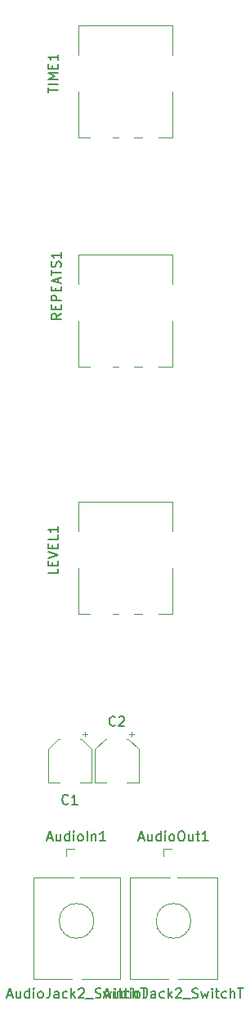
<source format=gbr>
%TF.GenerationSoftware,KiCad,Pcbnew,6.0.7+dfsg-1~bpo11+1*%
%TF.CreationDate,2022-10-24T23:46:05+08:00*%
%TF.ProjectId,MiniDelay,4d696e69-4465-46c6-9179-2e6b69636164,rev?*%
%TF.SameCoordinates,Original*%
%TF.FileFunction,Legend,Top*%
%TF.FilePolarity,Positive*%
%FSLAX46Y46*%
G04 Gerber Fmt 4.6, Leading zero omitted, Abs format (unit mm)*
G04 Created by KiCad (PCBNEW 6.0.7+dfsg-1~bpo11+1) date 2022-10-24 23:46:05*
%MOMM*%
%LPD*%
G01*
G04 APERTURE LIST*
%ADD10C,0.150000*%
%ADD11C,0.120000*%
G04 APERTURE END LIST*
D10*
%TO.C,C2*%
X119808333Y-129918142D02*
X119760714Y-129965761D01*
X119617857Y-130013380D01*
X119522619Y-130013380D01*
X119379761Y-129965761D01*
X119284523Y-129870523D01*
X119236904Y-129775285D01*
X119189285Y-129584809D01*
X119189285Y-129441952D01*
X119236904Y-129251476D01*
X119284523Y-129156238D01*
X119379761Y-129061000D01*
X119522619Y-129013380D01*
X119617857Y-129013380D01*
X119760714Y-129061000D01*
X119808333Y-129108619D01*
X120189285Y-129108619D02*
X120236904Y-129061000D01*
X120332142Y-129013380D01*
X120570238Y-129013380D01*
X120665476Y-129061000D01*
X120713095Y-129108619D01*
X120760714Y-129203857D01*
X120760714Y-129299095D01*
X120713095Y-129441952D01*
X120141666Y-130013380D01*
X120760714Y-130013380D01*
%TO.C,AudioOut1*%
X122278571Y-141616666D02*
X122754761Y-141616666D01*
X122183333Y-141902380D02*
X122516666Y-140902380D01*
X122850000Y-141902380D01*
X123611904Y-141235714D02*
X123611904Y-141902380D01*
X123183333Y-141235714D02*
X123183333Y-141759523D01*
X123230952Y-141854761D01*
X123326190Y-141902380D01*
X123469047Y-141902380D01*
X123564285Y-141854761D01*
X123611904Y-141807142D01*
X124516666Y-141902380D02*
X124516666Y-140902380D01*
X124516666Y-141854761D02*
X124421428Y-141902380D01*
X124230952Y-141902380D01*
X124135714Y-141854761D01*
X124088095Y-141807142D01*
X124040476Y-141711904D01*
X124040476Y-141426190D01*
X124088095Y-141330952D01*
X124135714Y-141283333D01*
X124230952Y-141235714D01*
X124421428Y-141235714D01*
X124516666Y-141283333D01*
X124992857Y-141902380D02*
X124992857Y-141235714D01*
X124992857Y-140902380D02*
X124945238Y-140950000D01*
X124992857Y-140997619D01*
X125040476Y-140950000D01*
X124992857Y-140902380D01*
X124992857Y-140997619D01*
X125611904Y-141902380D02*
X125516666Y-141854761D01*
X125469047Y-141807142D01*
X125421428Y-141711904D01*
X125421428Y-141426190D01*
X125469047Y-141330952D01*
X125516666Y-141283333D01*
X125611904Y-141235714D01*
X125754761Y-141235714D01*
X125850000Y-141283333D01*
X125897619Y-141330952D01*
X125945238Y-141426190D01*
X125945238Y-141711904D01*
X125897619Y-141807142D01*
X125850000Y-141854761D01*
X125754761Y-141902380D01*
X125611904Y-141902380D01*
X126564285Y-140902380D02*
X126754761Y-140902380D01*
X126850000Y-140950000D01*
X126945238Y-141045238D01*
X126992857Y-141235714D01*
X126992857Y-141569047D01*
X126945238Y-141759523D01*
X126850000Y-141854761D01*
X126754761Y-141902380D01*
X126564285Y-141902380D01*
X126469047Y-141854761D01*
X126373809Y-141759523D01*
X126326190Y-141569047D01*
X126326190Y-141235714D01*
X126373809Y-141045238D01*
X126469047Y-140950000D01*
X126564285Y-140902380D01*
X127850000Y-141235714D02*
X127850000Y-141902380D01*
X127421428Y-141235714D02*
X127421428Y-141759523D01*
X127469047Y-141854761D01*
X127564285Y-141902380D01*
X127707142Y-141902380D01*
X127802380Y-141854761D01*
X127850000Y-141807142D01*
X128183333Y-141235714D02*
X128564285Y-141235714D01*
X128326190Y-140902380D02*
X128326190Y-141759523D01*
X128373809Y-141854761D01*
X128469047Y-141902380D01*
X128564285Y-141902380D01*
X129421428Y-141902380D02*
X128850000Y-141902380D01*
X129135714Y-141902380D02*
X129135714Y-140902380D01*
X129040476Y-141045238D01*
X128945238Y-141140476D01*
X128850000Y-141188095D01*
X118707142Y-157866666D02*
X119183333Y-157866666D01*
X118611904Y-158152380D02*
X118945238Y-157152380D01*
X119278571Y-158152380D01*
X120040476Y-157485714D02*
X120040476Y-158152380D01*
X119611904Y-157485714D02*
X119611904Y-158009523D01*
X119659523Y-158104761D01*
X119754761Y-158152380D01*
X119897619Y-158152380D01*
X119992857Y-158104761D01*
X120040476Y-158057142D01*
X120945238Y-158152380D02*
X120945238Y-157152380D01*
X120945238Y-158104761D02*
X120850000Y-158152380D01*
X120659523Y-158152380D01*
X120564285Y-158104761D01*
X120516666Y-158057142D01*
X120469047Y-157961904D01*
X120469047Y-157676190D01*
X120516666Y-157580952D01*
X120564285Y-157533333D01*
X120659523Y-157485714D01*
X120850000Y-157485714D01*
X120945238Y-157533333D01*
X121421428Y-158152380D02*
X121421428Y-157485714D01*
X121421428Y-157152380D02*
X121373809Y-157200000D01*
X121421428Y-157247619D01*
X121469047Y-157200000D01*
X121421428Y-157152380D01*
X121421428Y-157247619D01*
X122040476Y-158152380D02*
X121945238Y-158104761D01*
X121897619Y-158057142D01*
X121850000Y-157961904D01*
X121850000Y-157676190D01*
X121897619Y-157580952D01*
X121945238Y-157533333D01*
X122040476Y-157485714D01*
X122183333Y-157485714D01*
X122278571Y-157533333D01*
X122326190Y-157580952D01*
X122373809Y-157676190D01*
X122373809Y-157961904D01*
X122326190Y-158057142D01*
X122278571Y-158104761D01*
X122183333Y-158152380D01*
X122040476Y-158152380D01*
X123088095Y-157152380D02*
X123088095Y-157866666D01*
X123040476Y-158009523D01*
X122945238Y-158104761D01*
X122802380Y-158152380D01*
X122707142Y-158152380D01*
X123992857Y-158152380D02*
X123992857Y-157628571D01*
X123945238Y-157533333D01*
X123850000Y-157485714D01*
X123659523Y-157485714D01*
X123564285Y-157533333D01*
X123992857Y-158104761D02*
X123897619Y-158152380D01*
X123659523Y-158152380D01*
X123564285Y-158104761D01*
X123516666Y-158009523D01*
X123516666Y-157914285D01*
X123564285Y-157819047D01*
X123659523Y-157771428D01*
X123897619Y-157771428D01*
X123992857Y-157723809D01*
X124897619Y-158104761D02*
X124802380Y-158152380D01*
X124611904Y-158152380D01*
X124516666Y-158104761D01*
X124469047Y-158057142D01*
X124421428Y-157961904D01*
X124421428Y-157676190D01*
X124469047Y-157580952D01*
X124516666Y-157533333D01*
X124611904Y-157485714D01*
X124802380Y-157485714D01*
X124897619Y-157533333D01*
X125326190Y-158152380D02*
X125326190Y-157152380D01*
X125421428Y-157771428D02*
X125707142Y-158152380D01*
X125707142Y-157485714D02*
X125326190Y-157866666D01*
X126088095Y-157247619D02*
X126135714Y-157200000D01*
X126230952Y-157152380D01*
X126469047Y-157152380D01*
X126564285Y-157200000D01*
X126611904Y-157247619D01*
X126659523Y-157342857D01*
X126659523Y-157438095D01*
X126611904Y-157580952D01*
X126040476Y-158152380D01*
X126659523Y-158152380D01*
X126850000Y-158247619D02*
X127611904Y-158247619D01*
X127802380Y-158104761D02*
X127945238Y-158152380D01*
X128183333Y-158152380D01*
X128278571Y-158104761D01*
X128326190Y-158057142D01*
X128373809Y-157961904D01*
X128373809Y-157866666D01*
X128326190Y-157771428D01*
X128278571Y-157723809D01*
X128183333Y-157676190D01*
X127992857Y-157628571D01*
X127897619Y-157580952D01*
X127850000Y-157533333D01*
X127802380Y-157438095D01*
X127802380Y-157342857D01*
X127850000Y-157247619D01*
X127897619Y-157200000D01*
X127992857Y-157152380D01*
X128230952Y-157152380D01*
X128373809Y-157200000D01*
X128707142Y-157485714D02*
X128897619Y-158152380D01*
X129088095Y-157676190D01*
X129278571Y-158152380D01*
X129469047Y-157485714D01*
X129850000Y-158152380D02*
X129850000Y-157485714D01*
X129850000Y-157152380D02*
X129802380Y-157200000D01*
X129850000Y-157247619D01*
X129897619Y-157200000D01*
X129850000Y-157152380D01*
X129850000Y-157247619D01*
X130183333Y-157485714D02*
X130564285Y-157485714D01*
X130326190Y-157152380D02*
X130326190Y-158009523D01*
X130373809Y-158104761D01*
X130469047Y-158152380D01*
X130564285Y-158152380D01*
X131326190Y-158104761D02*
X131230952Y-158152380D01*
X131040476Y-158152380D01*
X130945238Y-158104761D01*
X130897619Y-158057142D01*
X130850000Y-157961904D01*
X130850000Y-157676190D01*
X130897619Y-157580952D01*
X130945238Y-157533333D01*
X131040476Y-157485714D01*
X131230952Y-157485714D01*
X131326190Y-157533333D01*
X131754761Y-158152380D02*
X131754761Y-157152380D01*
X132183333Y-158152380D02*
X132183333Y-157628571D01*
X132135714Y-157533333D01*
X132040476Y-157485714D01*
X131897619Y-157485714D01*
X131802380Y-157533333D01*
X131754761Y-157580952D01*
X132516666Y-157152380D02*
X133088095Y-157152380D01*
X132802380Y-158152380D02*
X132802380Y-157152380D01*
%TO.C,AudioIn1*%
X112800000Y-141616666D02*
X113276190Y-141616666D01*
X112704761Y-141902380D02*
X113038095Y-140902380D01*
X113371428Y-141902380D01*
X114133333Y-141235714D02*
X114133333Y-141902380D01*
X113704761Y-141235714D02*
X113704761Y-141759523D01*
X113752380Y-141854761D01*
X113847619Y-141902380D01*
X113990476Y-141902380D01*
X114085714Y-141854761D01*
X114133333Y-141807142D01*
X115038095Y-141902380D02*
X115038095Y-140902380D01*
X115038095Y-141854761D02*
X114942857Y-141902380D01*
X114752380Y-141902380D01*
X114657142Y-141854761D01*
X114609523Y-141807142D01*
X114561904Y-141711904D01*
X114561904Y-141426190D01*
X114609523Y-141330952D01*
X114657142Y-141283333D01*
X114752380Y-141235714D01*
X114942857Y-141235714D01*
X115038095Y-141283333D01*
X115514285Y-141902380D02*
X115514285Y-141235714D01*
X115514285Y-140902380D02*
X115466666Y-140950000D01*
X115514285Y-140997619D01*
X115561904Y-140950000D01*
X115514285Y-140902380D01*
X115514285Y-140997619D01*
X116133333Y-141902380D02*
X116038095Y-141854761D01*
X115990476Y-141807142D01*
X115942857Y-141711904D01*
X115942857Y-141426190D01*
X115990476Y-141330952D01*
X116038095Y-141283333D01*
X116133333Y-141235714D01*
X116276190Y-141235714D01*
X116371428Y-141283333D01*
X116419047Y-141330952D01*
X116466666Y-141426190D01*
X116466666Y-141711904D01*
X116419047Y-141807142D01*
X116371428Y-141854761D01*
X116276190Y-141902380D01*
X116133333Y-141902380D01*
X116895238Y-141902380D02*
X116895238Y-140902380D01*
X117371428Y-141235714D02*
X117371428Y-141902380D01*
X117371428Y-141330952D02*
X117419047Y-141283333D01*
X117514285Y-141235714D01*
X117657142Y-141235714D01*
X117752380Y-141283333D01*
X117800000Y-141378571D01*
X117800000Y-141902380D01*
X118800000Y-141902380D02*
X118228571Y-141902380D01*
X118514285Y-141902380D02*
X118514285Y-140902380D01*
X118419047Y-141045238D01*
X118323809Y-141140476D01*
X118228571Y-141188095D01*
X108657142Y-157866666D02*
X109133333Y-157866666D01*
X108561904Y-158152380D02*
X108895238Y-157152380D01*
X109228571Y-158152380D01*
X109990476Y-157485714D02*
X109990476Y-158152380D01*
X109561904Y-157485714D02*
X109561904Y-158009523D01*
X109609523Y-158104761D01*
X109704761Y-158152380D01*
X109847619Y-158152380D01*
X109942857Y-158104761D01*
X109990476Y-158057142D01*
X110895238Y-158152380D02*
X110895238Y-157152380D01*
X110895238Y-158104761D02*
X110800000Y-158152380D01*
X110609523Y-158152380D01*
X110514285Y-158104761D01*
X110466666Y-158057142D01*
X110419047Y-157961904D01*
X110419047Y-157676190D01*
X110466666Y-157580952D01*
X110514285Y-157533333D01*
X110609523Y-157485714D01*
X110800000Y-157485714D01*
X110895238Y-157533333D01*
X111371428Y-158152380D02*
X111371428Y-157485714D01*
X111371428Y-157152380D02*
X111323809Y-157200000D01*
X111371428Y-157247619D01*
X111419047Y-157200000D01*
X111371428Y-157152380D01*
X111371428Y-157247619D01*
X111990476Y-158152380D02*
X111895238Y-158104761D01*
X111847619Y-158057142D01*
X111800000Y-157961904D01*
X111800000Y-157676190D01*
X111847619Y-157580952D01*
X111895238Y-157533333D01*
X111990476Y-157485714D01*
X112133333Y-157485714D01*
X112228571Y-157533333D01*
X112276190Y-157580952D01*
X112323809Y-157676190D01*
X112323809Y-157961904D01*
X112276190Y-158057142D01*
X112228571Y-158104761D01*
X112133333Y-158152380D01*
X111990476Y-158152380D01*
X113038095Y-157152380D02*
X113038095Y-157866666D01*
X112990476Y-158009523D01*
X112895238Y-158104761D01*
X112752380Y-158152380D01*
X112657142Y-158152380D01*
X113942857Y-158152380D02*
X113942857Y-157628571D01*
X113895238Y-157533333D01*
X113800000Y-157485714D01*
X113609523Y-157485714D01*
X113514285Y-157533333D01*
X113942857Y-158104761D02*
X113847619Y-158152380D01*
X113609523Y-158152380D01*
X113514285Y-158104761D01*
X113466666Y-158009523D01*
X113466666Y-157914285D01*
X113514285Y-157819047D01*
X113609523Y-157771428D01*
X113847619Y-157771428D01*
X113942857Y-157723809D01*
X114847619Y-158104761D02*
X114752380Y-158152380D01*
X114561904Y-158152380D01*
X114466666Y-158104761D01*
X114419047Y-158057142D01*
X114371428Y-157961904D01*
X114371428Y-157676190D01*
X114419047Y-157580952D01*
X114466666Y-157533333D01*
X114561904Y-157485714D01*
X114752380Y-157485714D01*
X114847619Y-157533333D01*
X115276190Y-158152380D02*
X115276190Y-157152380D01*
X115371428Y-157771428D02*
X115657142Y-158152380D01*
X115657142Y-157485714D02*
X115276190Y-157866666D01*
X116038095Y-157247619D02*
X116085714Y-157200000D01*
X116180952Y-157152380D01*
X116419047Y-157152380D01*
X116514285Y-157200000D01*
X116561904Y-157247619D01*
X116609523Y-157342857D01*
X116609523Y-157438095D01*
X116561904Y-157580952D01*
X115990476Y-158152380D01*
X116609523Y-158152380D01*
X116800000Y-158247619D02*
X117561904Y-158247619D01*
X117752380Y-158104761D02*
X117895238Y-158152380D01*
X118133333Y-158152380D01*
X118228571Y-158104761D01*
X118276190Y-158057142D01*
X118323809Y-157961904D01*
X118323809Y-157866666D01*
X118276190Y-157771428D01*
X118228571Y-157723809D01*
X118133333Y-157676190D01*
X117942857Y-157628571D01*
X117847619Y-157580952D01*
X117800000Y-157533333D01*
X117752380Y-157438095D01*
X117752380Y-157342857D01*
X117800000Y-157247619D01*
X117847619Y-157200000D01*
X117942857Y-157152380D01*
X118180952Y-157152380D01*
X118323809Y-157200000D01*
X118657142Y-157485714D02*
X118847619Y-158152380D01*
X119038095Y-157676190D01*
X119228571Y-158152380D01*
X119419047Y-157485714D01*
X119800000Y-158152380D02*
X119800000Y-157485714D01*
X119800000Y-157152380D02*
X119752380Y-157200000D01*
X119800000Y-157247619D01*
X119847619Y-157200000D01*
X119800000Y-157152380D01*
X119800000Y-157247619D01*
X120133333Y-157485714D02*
X120514285Y-157485714D01*
X120276190Y-157152380D02*
X120276190Y-158009523D01*
X120323809Y-158104761D01*
X120419047Y-158152380D01*
X120514285Y-158152380D01*
X121276190Y-158104761D02*
X121180952Y-158152380D01*
X120990476Y-158152380D01*
X120895238Y-158104761D01*
X120847619Y-158057142D01*
X120800000Y-157961904D01*
X120800000Y-157676190D01*
X120847619Y-157580952D01*
X120895238Y-157533333D01*
X120990476Y-157485714D01*
X121180952Y-157485714D01*
X121276190Y-157533333D01*
X121704761Y-158152380D02*
X121704761Y-157152380D01*
X122133333Y-158152380D02*
X122133333Y-157628571D01*
X122085714Y-157533333D01*
X121990476Y-157485714D01*
X121847619Y-157485714D01*
X121752380Y-157533333D01*
X121704761Y-157580952D01*
X122466666Y-157152380D02*
X123038095Y-157152380D01*
X122752380Y-158152380D02*
X122752380Y-157152380D01*
%TO.C,LEVEL1*%
X113852380Y-113729761D02*
X113852380Y-114205952D01*
X112852380Y-114205952D01*
X113328571Y-113396428D02*
X113328571Y-113063095D01*
X113852380Y-112920238D02*
X113852380Y-113396428D01*
X112852380Y-113396428D01*
X112852380Y-112920238D01*
X112852380Y-112634523D02*
X113852380Y-112301190D01*
X112852380Y-111967857D01*
X113328571Y-111634523D02*
X113328571Y-111301190D01*
X113852380Y-111158333D02*
X113852380Y-111634523D01*
X112852380Y-111634523D01*
X112852380Y-111158333D01*
X113852380Y-110253571D02*
X113852380Y-110729761D01*
X112852380Y-110729761D01*
X113852380Y-109396428D02*
X113852380Y-109967857D01*
X113852380Y-109682142D02*
X112852380Y-109682142D01*
X112995238Y-109777380D01*
X113090476Y-109872619D01*
X113138095Y-109967857D01*
%TO.C,C1*%
X114933333Y-138021142D02*
X114885714Y-138068761D01*
X114742857Y-138116380D01*
X114647619Y-138116380D01*
X114504761Y-138068761D01*
X114409523Y-137973523D01*
X114361904Y-137878285D01*
X114314285Y-137687809D01*
X114314285Y-137544952D01*
X114361904Y-137354476D01*
X114409523Y-137259238D01*
X114504761Y-137164000D01*
X114647619Y-137116380D01*
X114742857Y-137116380D01*
X114885714Y-137164000D01*
X114933333Y-137211619D01*
X115885714Y-138116380D02*
X115314285Y-138116380D01*
X115600000Y-138116380D02*
X115600000Y-137116380D01*
X115504761Y-137259238D01*
X115409523Y-137354476D01*
X115314285Y-137402095D01*
%TO.C,TIME1*%
X112852380Y-64523809D02*
X112852380Y-63952380D01*
X113852380Y-64238095D02*
X112852380Y-64238095D01*
X113852380Y-63619047D02*
X112852380Y-63619047D01*
X113852380Y-63142857D02*
X112852380Y-63142857D01*
X113566666Y-62809523D01*
X112852380Y-62476190D01*
X113852380Y-62476190D01*
X113328571Y-62000000D02*
X113328571Y-61666666D01*
X113852380Y-61523809D02*
X113852380Y-62000000D01*
X112852380Y-62000000D01*
X112852380Y-61523809D01*
X113852380Y-60571428D02*
X113852380Y-61142857D01*
X113852380Y-60857142D02*
X112852380Y-60857142D01*
X112995238Y-60952380D01*
X113090476Y-61047619D01*
X113138095Y-61142857D01*
%TO.C,REPEATS1*%
X114177380Y-87357142D02*
X113701190Y-87690476D01*
X114177380Y-87928571D02*
X113177380Y-87928571D01*
X113177380Y-87547619D01*
X113225000Y-87452380D01*
X113272619Y-87404761D01*
X113367857Y-87357142D01*
X113510714Y-87357142D01*
X113605952Y-87404761D01*
X113653571Y-87452380D01*
X113701190Y-87547619D01*
X113701190Y-87928571D01*
X113653571Y-86928571D02*
X113653571Y-86595238D01*
X114177380Y-86452380D02*
X114177380Y-86928571D01*
X113177380Y-86928571D01*
X113177380Y-86452380D01*
X114177380Y-86023809D02*
X113177380Y-86023809D01*
X113177380Y-85642857D01*
X113225000Y-85547619D01*
X113272619Y-85500000D01*
X113367857Y-85452380D01*
X113510714Y-85452380D01*
X113605952Y-85500000D01*
X113653571Y-85547619D01*
X113701190Y-85642857D01*
X113701190Y-86023809D01*
X113653571Y-85023809D02*
X113653571Y-84690476D01*
X114177380Y-84547619D02*
X114177380Y-85023809D01*
X113177380Y-85023809D01*
X113177380Y-84547619D01*
X113891666Y-84166666D02*
X113891666Y-83690476D01*
X114177380Y-84261904D02*
X113177380Y-83928571D01*
X114177380Y-83595238D01*
X113177380Y-83404761D02*
X113177380Y-82833333D01*
X114177380Y-83119047D02*
X113177380Y-83119047D01*
X114129761Y-82547619D02*
X114177380Y-82404761D01*
X114177380Y-82166666D01*
X114129761Y-82071428D01*
X114082142Y-82023809D01*
X113986904Y-81976190D01*
X113891666Y-81976190D01*
X113796428Y-82023809D01*
X113748809Y-82071428D01*
X113701190Y-82166666D01*
X113653571Y-82357142D01*
X113605952Y-82452380D01*
X113558333Y-82500000D01*
X113463095Y-82547619D01*
X113367857Y-82547619D01*
X113272619Y-82500000D01*
X113225000Y-82452380D01*
X113177380Y-82357142D01*
X113177380Y-82119047D01*
X113225000Y-81976190D01*
X114177380Y-81023809D02*
X114177380Y-81595238D01*
X114177380Y-81309523D02*
X113177380Y-81309523D01*
X113320238Y-81404761D01*
X113415476Y-81500000D01*
X113463095Y-81595238D01*
D11*
%TO.C,C2*%
X121170563Y-131365000D02*
X121035000Y-131365000D01*
X118779437Y-131365000D02*
X118915000Y-131365000D01*
X117715000Y-132429437D02*
X117715000Y-135885000D01*
X121535000Y-130625000D02*
X121535000Y-131125000D01*
X118779437Y-131365000D02*
X117715000Y-132429437D01*
X121785000Y-130875000D02*
X121285000Y-130875000D01*
X122235000Y-132429437D02*
X122235000Y-135885000D01*
X121170563Y-131365000D02*
X122235000Y-132429437D01*
X122235000Y-135885000D02*
X121035000Y-135885000D01*
X117715000Y-135885000D02*
X118915000Y-135885000D01*
%TO.C,AudioOut1*%
X125500000Y-145680000D02*
X121350000Y-145680000D01*
X130350000Y-156180000D02*
X126350000Y-156180000D01*
X130350000Y-145680000D02*
X130350000Y-156180000D01*
X130350000Y-145680000D02*
X126200000Y-145680000D01*
X125350000Y-156180000D02*
X121350000Y-156180000D01*
X124790000Y-142700000D02*
X124790000Y-143500000D01*
X124790000Y-142700000D02*
X125650000Y-142700000D01*
X121350000Y-145680000D02*
X121350000Y-156180000D01*
X127650000Y-150180000D02*
G75*
G03*
X127650000Y-150180000I-1800000J0D01*
G01*
%TO.C,AudioIn1*%
X111300000Y-145680000D02*
X111300000Y-156180000D01*
X114740000Y-142700000D02*
X115600000Y-142700000D01*
X115300000Y-156180000D02*
X111300000Y-156180000D01*
X120300000Y-156180000D02*
X116300000Y-156180000D01*
X120300000Y-145680000D02*
X120300000Y-156180000D01*
X114740000Y-142700000D02*
X114740000Y-143500000D01*
X115450000Y-145680000D02*
X111300000Y-145680000D01*
X120300000Y-145680000D02*
X116150000Y-145680000D01*
X117600000Y-150180000D02*
G75*
G03*
X117600000Y-150180000I-1800000J0D01*
G01*
%TO.C,LEVEL1*%
X122560000Y-118445000D02*
X121730000Y-118445000D01*
X117210000Y-118445000D02*
X116030000Y-118445000D01*
X125770000Y-109915000D02*
X125770000Y-106855000D01*
X125770000Y-106855000D02*
X116030000Y-106855000D01*
X125770000Y-118445000D02*
X124280000Y-118445000D01*
X120110000Y-118445000D02*
X119580000Y-118445000D01*
X116030000Y-109915000D02*
X116030000Y-106855000D01*
X116020000Y-118445000D02*
X116020000Y-113725000D01*
X125770000Y-118445000D02*
X125770000Y-113725000D01*
%TO.C,C1*%
X112840000Y-132404437D02*
X112840000Y-135860000D01*
X113904437Y-131340000D02*
X112840000Y-132404437D01*
X113904437Y-131340000D02*
X114040000Y-131340000D01*
X116295563Y-131340000D02*
X116160000Y-131340000D01*
X116910000Y-130850000D02*
X116410000Y-130850000D01*
X117360000Y-132404437D02*
X117360000Y-135860000D01*
X116660000Y-130600000D02*
X116660000Y-131100000D01*
X116295563Y-131340000D02*
X117360000Y-132404437D01*
X117360000Y-135860000D02*
X116160000Y-135860000D01*
X112840000Y-135860000D02*
X114040000Y-135860000D01*
%TO.C,TIME1*%
X122560000Y-69120000D02*
X121730000Y-69120000D01*
X117210000Y-69120000D02*
X116030000Y-69120000D01*
X125770000Y-69120000D02*
X124280000Y-69120000D01*
X116030000Y-60590000D02*
X116030000Y-57530000D01*
X116020000Y-69120000D02*
X116020000Y-64400000D01*
X120110000Y-69120000D02*
X119580000Y-69120000D01*
X125770000Y-69120000D02*
X125770000Y-64400000D01*
X125770000Y-60590000D02*
X125770000Y-57530000D01*
X125770000Y-57530000D02*
X116030000Y-57530000D01*
%TO.C,REPEATS1*%
X116020000Y-92820000D02*
X116020000Y-88100000D01*
X117210000Y-92820000D02*
X116030000Y-92820000D01*
X125770000Y-84290000D02*
X125770000Y-81230000D01*
X120110000Y-92820000D02*
X119580000Y-92820000D01*
X122560000Y-92820000D02*
X121730000Y-92820000D01*
X116030000Y-84290000D02*
X116030000Y-81230000D01*
X125770000Y-92820000D02*
X124280000Y-92820000D01*
X125770000Y-92820000D02*
X125770000Y-88100000D01*
X125770000Y-81230000D02*
X116030000Y-81230000D01*
%TD*%
M02*

</source>
